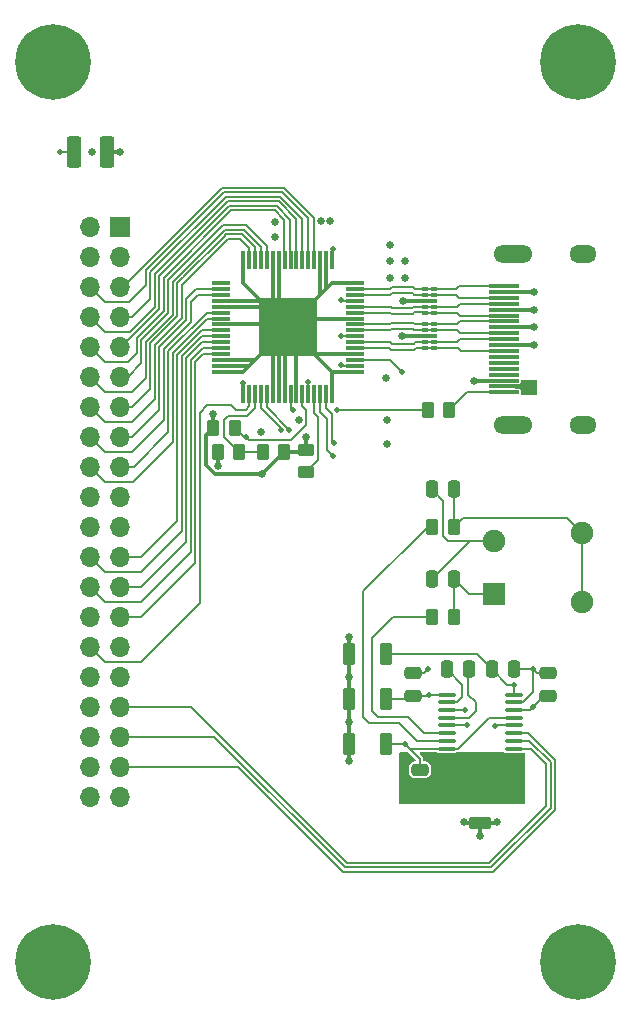
<source format=gbr>
%TF.GenerationSoftware,KiCad,Pcbnew,9.0.2+1*%
%TF.CreationDate,2025-07-26T23:59:43+01:00*%
%TF.ProjectId,ICE40HXDevBoardHDMI,49434534-3048-4584-9465-76426f617264,rev?*%
%TF.SameCoordinates,Original*%
%TF.FileFunction,Copper,L1,Top*%
%TF.FilePolarity,Positive*%
%FSLAX46Y46*%
G04 Gerber Fmt 4.6, Leading zero omitted, Abs format (unit mm)*
G04 Created by KiCad (PCBNEW 9.0.2+1) date 2025-07-26 23:59:43*
%MOMM*%
%LPD*%
G01*
G04 APERTURE LIST*
G04 Aperture macros list*
%AMRoundRect*
0 Rectangle with rounded corners*
0 $1 Rounding radius*
0 $2 $3 $4 $5 $6 $7 $8 $9 X,Y pos of 4 corners*
0 Add a 4 corners polygon primitive as box body*
4,1,4,$2,$3,$4,$5,$6,$7,$8,$9,$2,$3,0*
0 Add four circle primitives for the rounded corners*
1,1,$1+$1,$2,$3*
1,1,$1+$1,$4,$5*
1,1,$1+$1,$6,$7*
1,1,$1+$1,$8,$9*
0 Add four rect primitives between the rounded corners*
20,1,$1+$1,$2,$3,$4,$5,0*
20,1,$1+$1,$4,$5,$6,$7,0*
20,1,$1+$1,$6,$7,$8,$9,0*
20,1,$1+$1,$8,$9,$2,$3,0*%
G04 Aperture macros list end*
%TA.AperFunction,SMDPad,CuDef*%
%ADD10RoundRect,0.250000X-0.262500X-0.450000X0.262500X-0.450000X0.262500X0.450000X-0.262500X0.450000X0*%
%TD*%
%TA.AperFunction,SMDPad,CuDef*%
%ADD11RoundRect,0.100000X-0.637500X-0.100000X0.637500X-0.100000X0.637500X0.100000X-0.637500X0.100000X0*%
%TD*%
%TA.AperFunction,ComponentPad*%
%ADD12R,1.900000X1.900000*%
%TD*%
%TA.AperFunction,ComponentPad*%
%ADD13C,1.900000*%
%TD*%
%TA.AperFunction,SMDPad,CuDef*%
%ADD14RoundRect,0.250000X0.275000X0.700000X-0.275000X0.700000X-0.275000X-0.700000X0.275000X-0.700000X0*%
%TD*%
%TA.AperFunction,SMDPad,CuDef*%
%ADD15RoundRect,0.250000X0.475000X-0.250000X0.475000X0.250000X-0.475000X0.250000X-0.475000X-0.250000X0*%
%TD*%
%TA.AperFunction,ComponentPad*%
%ADD16C,6.400000*%
%TD*%
%TA.AperFunction,SMDPad,CuDef*%
%ADD17RoundRect,0.250000X-0.475000X0.250000X-0.475000X-0.250000X0.475000X-0.250000X0.475000X0.250000X0*%
%TD*%
%TA.AperFunction,ComponentPad*%
%ADD18R,1.700000X1.700000*%
%TD*%
%TA.AperFunction,ComponentPad*%
%ADD19O,1.700000X1.700000*%
%TD*%
%TA.AperFunction,SMDPad,CuDef*%
%ADD20RoundRect,0.250000X-0.250000X-0.475000X0.250000X-0.475000X0.250000X0.475000X-0.250000X0.475000X0*%
%TD*%
%TA.AperFunction,SMDPad,CuDef*%
%ADD21RoundRect,0.250000X0.262500X0.450000X-0.262500X0.450000X-0.262500X-0.450000X0.262500X-0.450000X0*%
%TD*%
%TA.AperFunction,SMDPad,CuDef*%
%ADD22RoundRect,0.250000X-0.450000X0.262500X-0.450000X-0.262500X0.450000X-0.262500X0.450000X0.262500X0*%
%TD*%
%TA.AperFunction,SMDPad,CuDef*%
%ADD23R,2.600000X0.300000*%
%TD*%
%TA.AperFunction,ComponentPad*%
%ADD24O,3.300000X1.500000*%
%TD*%
%TA.AperFunction,ComponentPad*%
%ADD25O,2.300000X1.500000*%
%TD*%
%TA.AperFunction,SMDPad,CuDef*%
%ADD26RoundRect,0.250000X-0.375000X-1.075000X0.375000X-1.075000X0.375000X1.075000X-0.375000X1.075000X0*%
%TD*%
%TA.AperFunction,SMDPad,CuDef*%
%ADD27RoundRect,0.075000X-0.200000X0.075000X-0.200000X-0.075000X0.200000X-0.075000X0.200000X0.075000X0*%
%TD*%
%TA.AperFunction,SMDPad,CuDef*%
%ADD28RoundRect,0.250000X0.250000X0.475000X-0.250000X0.475000X-0.250000X-0.475000X0.250000X-0.475000X0*%
%TD*%
%TA.AperFunction,SMDPad,CuDef*%
%ADD29RoundRect,0.075000X0.075000X-0.700000X0.075000X0.700000X-0.075000X0.700000X-0.075000X-0.700000X0*%
%TD*%
%TA.AperFunction,SMDPad,CuDef*%
%ADD30RoundRect,0.075000X0.700000X-0.075000X0.700000X0.075000X-0.700000X0.075000X-0.700000X-0.075000X0*%
%TD*%
%TA.AperFunction,HeatsinkPad*%
%ADD31C,0.500000*%
%TD*%
%TA.AperFunction,HeatsinkPad*%
%ADD32R,5.000000X5.000000*%
%TD*%
%TA.AperFunction,SMDPad,CuDef*%
%ADD33RoundRect,0.250000X-0.700000X0.275000X-0.700000X-0.275000X0.700000X-0.275000X0.700000X0.275000X0*%
%TD*%
%TA.AperFunction,ViaPad*%
%ADD34C,0.635000*%
%TD*%
%TA.AperFunction,ViaPad*%
%ADD35C,0.508000*%
%TD*%
%TA.AperFunction,ViaPad*%
%ADD36C,0.762000*%
%TD*%
%TA.AperFunction,Conductor*%
%ADD37C,0.317500*%
%TD*%
%TA.AperFunction,Conductor*%
%ADD38C,0.190500*%
%TD*%
%TA.AperFunction,Conductor*%
%ADD39C,0.200000*%
%TD*%
G04 APERTURE END LIST*
D10*
%TO.P,R9,1*%
%TO.N,+3V3*%
X96115500Y-100838000D03*
%TO.P,R9,2*%
%TO.N,/MSEN*%
X97940500Y-100838000D03*
%TD*%
D11*
%TO.P,U5,1,CPVDD*%
%TO.N,/I2S/CPVDD*%
X115882500Y-123440000D03*
%TO.P,U5,2,CAPP*%
%TO.N,Net-(U5-CAPP)*%
X115882500Y-124090000D03*
%TO.P,U5,3,CPGND*%
%TO.N,GNDA*%
X115882500Y-124740000D03*
%TO.P,U5,4,CAPM*%
%TO.N,Net-(U5-CAPM)*%
X115882500Y-125390000D03*
%TO.P,U5,5,VNEG*%
%TO.N,Net-(U5-VNEG)*%
X115882500Y-126040000D03*
%TO.P,U5,6,OUTL*%
%TO.N,Net-(U5-OUTL)*%
X115882500Y-126690000D03*
%TO.P,U5,7,OUTR*%
%TO.N,Net-(U5-OUTR)*%
X115882500Y-127340000D03*
%TO.P,U5,8,AVDD*%
%TO.N,/I2S/AVDD*%
X115882500Y-127990000D03*
%TO.P,U5,9,AGND*%
%TO.N,GNDA*%
X115882500Y-128640000D03*
%TO.P,U5,10,DEMP*%
X115882500Y-129290000D03*
%TO.P,U5,11,FLT*%
X121607500Y-129290000D03*
%TO.P,U5,12,SCK*%
X121607500Y-128640000D03*
%TO.P,U5,13,BCK*%
%TO.N,/I2SBCK*%
X121607500Y-127990000D03*
%TO.P,U5,14,DIN*%
%TO.N,/I2SDIN*%
X121607500Y-127340000D03*
%TO.P,U5,15,LRCK*%
%TO.N,/I2SLRCK*%
X121607500Y-126690000D03*
%TO.P,U5,16,FMT*%
%TO.N,GNDA*%
X121607500Y-126040000D03*
%TO.P,U5,17,XSMT*%
%TO.N,/I2S/AVDD*%
X121607500Y-125390000D03*
%TO.P,U5,18,LDOO*%
%TO.N,/I2S/LDOO*%
X121607500Y-124740000D03*
%TO.P,U5,19,DGND*%
%TO.N,GNDA*%
X121607500Y-124090000D03*
%TO.P,U5,20,DVDD*%
%TO.N,/I2S/DVDD*%
X121607500Y-123440000D03*
%TD*%
D12*
%TO.P,J2,R*%
%TO.N,Net-(C26-Pad1)*%
X119865000Y-114899000D03*
D13*
%TO.P,J2,S*%
%TO.N,GNDA*%
X119865000Y-110399000D03*
%TO.P,J2,T*%
%TO.N,Net-(C25-Pad1)*%
X127365000Y-115549000D03*
X127365000Y-109749000D03*
%TD*%
D14*
%TO.P,FB8,1*%
%TO.N,/I2S/DVDD*%
X110795000Y-120015000D03*
%TO.P,FB8,2*%
%TO.N,+3V3*%
X107645000Y-120015000D03*
%TD*%
D15*
%TO.P,C24,1*%
%TO.N,/I2S/CPVDD*%
X113030000Y-123505000D03*
%TO.P,C24,2*%
%TO.N,GNDA*%
X113030000Y-121605000D03*
%TD*%
D16*
%TO.P,H4,1,1*%
%TO.N,GND*%
X127000000Y-146050000D03*
%TD*%
D17*
%TO.P,C29,1*%
%TO.N,GNDA*%
X124460000Y-121605000D03*
%TO.P,C29,2*%
%TO.N,/I2S/LDOO*%
X124460000Y-123505000D03*
%TD*%
D16*
%TO.P,H3,1,1*%
%TO.N,GND*%
X82550000Y-146050000D03*
%TD*%
D17*
%TO.P,C6,1*%
%TO.N,/I2S/AVDD*%
X113625000Y-129780000D03*
%TO.P,C6,2*%
%TO.N,GNDA*%
X113625000Y-131680000D03*
%TD*%
D10*
%TO.P,R10,1*%
%TO.N,/HPD*%
X114276500Y-99314000D03*
%TO.P,R10,2*%
%TO.N,Net-(J3-HPD)*%
X116101500Y-99314000D03*
%TD*%
D18*
%TO.P,J1,1,Pin_1*%
%TO.N,+5V*%
X88265000Y-83820000D03*
D19*
%TO.P,J1,2,Pin_2*%
%TO.N,GND*%
X85725000Y-83820000D03*
%TO.P,J1,3,Pin_3*%
%TO.N,unconnected-(J1-Pin_3-Pad3)*%
X88265000Y-86360000D03*
%TO.P,J1,4,Pin_4*%
%TO.N,unconnected-(J1-Pin_4-Pad4)*%
X85725000Y-86360000D03*
%TO.P,J1,5,Pin_5*%
%TO.N,/RED5*%
X88265000Y-88900000D03*
%TO.P,J1,6,Pin_6*%
%TO.N,/RED4*%
X85725000Y-88900000D03*
%TO.P,J1,7,Pin_7*%
%TO.N,/RED3*%
X88265000Y-91440000D03*
%TO.P,J1,8,Pin_8*%
%TO.N,/RED2*%
X85725000Y-91440000D03*
%TO.P,J1,9,Pin_9*%
%TO.N,/RED1*%
X88265000Y-93980000D03*
%TO.P,J1,10,Pin_10*%
%TO.N,/RED0*%
X85725000Y-93980000D03*
%TO.P,J1,11,Pin_11*%
%TO.N,/GREEN0*%
X88265000Y-96520000D03*
%TO.P,J1,12,Pin_12*%
%TO.N,/GREEN1*%
X85725000Y-96520000D03*
%TO.P,J1,13,Pin_13*%
%TO.N,/GREEN2*%
X88265000Y-99060000D03*
%TO.P,J1,14,Pin_14*%
%TO.N,/GREEN3*%
X85725000Y-99060000D03*
%TO.P,J1,15,Pin_15*%
%TO.N,/GREEN4*%
X88265000Y-101600000D03*
%TO.P,J1,16,Pin_16*%
%TO.N,/GREEN5*%
X85725000Y-101600000D03*
%TO.P,J1,17,Pin_17*%
%TO.N,/BLUE5*%
X88265000Y-104140000D03*
%TO.P,J1,18,Pin_18*%
%TO.N,/BLUE4*%
X85725000Y-104140000D03*
%TO.P,J1,19,Pin_19*%
%TO.N,+3V3*%
X88265000Y-106680000D03*
%TO.P,J1,20,Pin_20*%
%TO.N,GND*%
X85725000Y-106680000D03*
%TO.P,J1,21,Pin_21*%
%TO.N,+3V3*%
X88265000Y-109220000D03*
%TO.P,J1,22,Pin_22*%
%TO.N,GND*%
X85725000Y-109220000D03*
%TO.P,J1,23,Pin_23*%
%TO.N,/HDMICLK*%
X88265000Y-111760000D03*
%TO.P,J1,24,Pin_24*%
%TO.N,/BLUE3*%
X85725000Y-111760000D03*
%TO.P,J1,25,Pin_25*%
%TO.N,/BLUE2*%
X88265000Y-114300000D03*
%TO.P,J1,26,Pin_26*%
%TO.N,/BLUE1*%
X85725000Y-114300000D03*
%TO.P,J1,27,Pin_27*%
%TO.N,/BLUE0*%
X88265000Y-116840000D03*
%TO.P,J1,28,Pin_28*%
%TO.N,/MSEN*%
X85725000Y-116840000D03*
%TO.P,J1,29,Pin_29*%
%TO.N,/HSYNC*%
X88265000Y-119380000D03*
%TO.P,J1,30,Pin_30*%
%TO.N,/DE*%
X85725000Y-119380000D03*
%TO.P,J1,31,Pin_31*%
%TO.N,/VSYNC*%
X88265000Y-121920000D03*
%TO.P,J1,32,Pin_32*%
%TO.N,unconnected-(J1-Pin_32-Pad32)*%
X85725000Y-121920000D03*
%TO.P,J1,33,Pin_33*%
%TO.N,/I2SBCK*%
X88265000Y-124460000D03*
%TO.P,J1,34,Pin_34*%
%TO.N,unconnected-(J1-Pin_34-Pad34)*%
X85725000Y-124460000D03*
%TO.P,J1,35,Pin_35*%
%TO.N,/I2SDIN*%
X88265000Y-127000000D03*
%TO.P,J1,36,Pin_36*%
%TO.N,/I2CSCL*%
X85725000Y-127000000D03*
%TO.P,J1,37,Pin_37*%
%TO.N,/I2SLRCK*%
X88265000Y-129540000D03*
%TO.P,J1,38,Pin_38*%
%TO.N,/I2CSDA*%
X85725000Y-129540000D03*
%TO.P,J1,39,Pin_39*%
%TO.N,+5V*%
X88265000Y-132080000D03*
%TO.P,J1,40,Pin_40*%
%TO.N,GND*%
X85725000Y-132080000D03*
%TD*%
D20*
%TO.P,C28,1*%
%TO.N,Net-(U5-CAPP)*%
X115890000Y-121285000D03*
%TO.P,C28,2*%
%TO.N,Net-(U5-CAPM)*%
X117790000Y-121285000D03*
%TD*%
D21*
%TO.P,R5,1*%
%TO.N,+3V3*%
X102131500Y-102870000D03*
%TO.P,R5,2*%
%TO.N,Net-(U2-VREF)*%
X100306500Y-102870000D03*
%TD*%
D14*
%TO.P,FB10,1*%
%TO.N,/I2S/AVDD*%
X110795000Y-127635000D03*
%TO.P,FB10,2*%
%TO.N,+3V3*%
X107645000Y-127635000D03*
%TD*%
D22*
%TO.P,R1,1*%
%TO.N,+3V3*%
X104013000Y-102719500D03*
%TO.P,R1,2*%
%TO.N,Net-(U2-ISEL{slash}~RST)*%
X104013000Y-104544500D03*
%TD*%
D20*
%TO.P,C2,1*%
%TO.N,/I2S/DVDD*%
X119700000Y-121285000D03*
%TO.P,C2,2*%
%TO.N,GNDA*%
X121600000Y-121285000D03*
%TD*%
D23*
%TO.P,J3,1,D2+*%
%TO.N,/D2+*%
X120725000Y-88834000D03*
%TO.P,J3,2,D2S*%
%TO.N,GND*%
X120725000Y-89334000D03*
%TO.P,J3,3,D2-*%
%TO.N,/D2-*%
X120725000Y-89834000D03*
%TO.P,J3,4,D1+*%
%TO.N,/D1+*%
X120725000Y-90334000D03*
%TO.P,J3,5,D1S*%
%TO.N,GND*%
X120725000Y-90834000D03*
%TO.P,J3,6,D1-*%
%TO.N,/D1-*%
X120725000Y-91334000D03*
%TO.P,J3,7,D0+*%
%TO.N,/D0+*%
X120725000Y-91834000D03*
%TO.P,J3,8,D0S*%
%TO.N,GND*%
X120725000Y-92334000D03*
%TO.P,J3,9,D0-*%
%TO.N,/D0-*%
X120725000Y-92834000D03*
%TO.P,J3,10,CK+*%
%TO.N,/DC+*%
X120725000Y-93334000D03*
%TO.P,J3,11,CKS*%
%TO.N,GND*%
X120725000Y-93834000D03*
%TO.P,J3,12,CK-*%
%TO.N,/DC-*%
X120725000Y-94334000D03*
%TO.P,J3,13,CEC*%
%TO.N,unconnected-(J3-CEC-Pad13)*%
X120725000Y-94834000D03*
%TO.P,J3,14,UTILITY*%
%TO.N,unconnected-(J3-UTILITY-Pad14)*%
X120725000Y-95334000D03*
%TO.P,J3,15,SCL*%
%TO.N,unconnected-(J3-SCL-Pad15)*%
X120725000Y-95834000D03*
%TO.P,J3,16,SDA*%
%TO.N,unconnected-(J3-SDA-Pad16)*%
X120725000Y-96334000D03*
%TO.P,J3,17,GND*%
%TO.N,GND*%
X120725000Y-96834000D03*
%TO.P,J3,18,+5V*%
%TO.N,+5V*%
X120725000Y-97334000D03*
%TO.P,J3,19,HPD*%
%TO.N,Net-(J3-HPD)*%
X120725000Y-97834000D03*
D24*
%TO.P,J3,SH,SH*%
%TO.N,GND*%
X121485000Y-86084000D03*
X121485000Y-100584000D03*
D25*
X127445000Y-86084000D03*
X127445000Y-100584000D03*
%TD*%
D10*
%TO.P,R12,1*%
%TO.N,Net-(U5-OUTR)*%
X114657500Y-109220000D03*
%TO.P,R12,2*%
%TO.N,Net-(C25-Pad1)*%
X116482500Y-109220000D03*
%TD*%
%TO.P,R11,1*%
%TO.N,Net-(U5-OUTL)*%
X114657500Y-116840000D03*
%TO.P,R11,2*%
%TO.N,Net-(C26-Pad1)*%
X116482500Y-116840000D03*
%TD*%
D26*
%TO.P,D1,1,K*%
%TO.N,Net-(D1-K)*%
X84325000Y-77470000D03*
%TO.P,D1,2,A*%
%TO.N,+3V3*%
X87125000Y-77470000D03*
%TD*%
D27*
%TO.P,U4,1,IO1*%
%TO.N,/D0+*%
X114032500Y-92084000D03*
%TO.P,U4,2,IO2*%
%TO.N,/D0-*%
X114032500Y-92584000D03*
%TO.P,U4,3,G*%
%TO.N,GND*%
X114032500Y-93084000D03*
%TO.P,U4,4,IO3*%
%TO.N,/DC+*%
X114032500Y-93584000D03*
%TO.P,U4,5,IO4*%
%TO.N,/DC-*%
X114032500Y-94084000D03*
%TO.P,U4,6,NC*%
X114802500Y-94084000D03*
%TO.P,U4,7,NC*%
%TO.N,/DC+*%
X114802500Y-93584000D03*
%TO.P,U4,8,G*%
%TO.N,GND*%
X114802500Y-93084000D03*
%TO.P,U4,9,NC*%
%TO.N,/D0-*%
X114802500Y-92584000D03*
%TO.P,U4,10,NC*%
%TO.N,/D0+*%
X114802500Y-92084000D03*
%TD*%
%TO.P,U3,1,IO1*%
%TO.N,/D2+*%
X114032500Y-89084000D03*
%TO.P,U3,2,IO2*%
%TO.N,/D2-*%
X114032500Y-89584000D03*
%TO.P,U3,3,G*%
%TO.N,GND*%
X114032500Y-90084000D03*
%TO.P,U3,4,IO3*%
%TO.N,/D1+*%
X114032500Y-90584000D03*
%TO.P,U3,5,IO4*%
%TO.N,/D1-*%
X114032500Y-91084000D03*
%TO.P,U3,6,NC*%
X114802500Y-91084000D03*
%TO.P,U3,7,NC*%
%TO.N,/D1+*%
X114802500Y-90584000D03*
%TO.P,U3,8,G*%
%TO.N,GND*%
X114802500Y-90084000D03*
%TO.P,U3,9,NC*%
%TO.N,/D2-*%
X114802500Y-89584000D03*
%TO.P,U3,10,NC*%
%TO.N,/D2+*%
X114802500Y-89084000D03*
%TD*%
D28*
%TO.P,C25,1*%
%TO.N,Net-(C25-Pad1)*%
X116520000Y-106045000D03*
%TO.P,C25,2*%
%TO.N,GNDA*%
X114620000Y-106045000D03*
%TD*%
D29*
%TO.P,U2,1,DVDD*%
%TO.N,/DVDD*%
X98680000Y-98009000D03*
%TO.P,U2,2,DE*%
%TO.N,/DE*%
X99180000Y-98009000D03*
%TO.P,U2,3,VREF*%
%TO.N,Net-(U2-VREF)*%
X99680000Y-98009000D03*
%TO.P,U2,4,HSYNC*%
%TO.N,/HSYNC*%
X100180000Y-98009000D03*
%TO.P,U2,5,VSYNC*%
%TO.N,/VSYNC*%
X100680000Y-98009000D03*
%TO.P,U2,6,CTL3/A3/DK3*%
%TO.N,GND*%
X101180000Y-98009000D03*
%TO.P,U2,7,CTL2/A2/DK2*%
X101680000Y-98009000D03*
%TO.P,U2,8,CTL1/A1/DK1*%
X102180000Y-98009000D03*
%TO.P,U2,9,EDGE/HTPLG*%
%TO.N,/HPD*%
X102680000Y-98009000D03*
%TO.P,U2,10,~PD*%
%TO.N,GND*%
X103180000Y-98009000D03*
%TO.P,U2,11,MSEN/PO1*%
%TO.N,/MSEN*%
X103680000Y-98009000D03*
%TO.P,U2,12,DVDD*%
%TO.N,/DVDD*%
X104180000Y-98009000D03*
%TO.P,U2,13,ISEL/~RST*%
%TO.N,Net-(U2-ISEL{slash}~RST)*%
X104680000Y-98009000D03*
%TO.P,U2,14,DSEL/SDA*%
%TO.N,/I2CSDA*%
X105180000Y-98009000D03*
%TO.P,U2,15,BSEL/SCL*%
%TO.N,/I2CSCL*%
X105680000Y-98009000D03*
%TO.P,U2,16,DGND*%
%TO.N,GND*%
X106180000Y-98009000D03*
D30*
%TO.P,U2,17,PGND*%
X108105000Y-96084000D03*
%TO.P,U2,18,PVDD*%
%TO.N,/PVDD*%
X108105000Y-95584000D03*
%TO.P,U2,19,TFADJ*%
%TO.N,Net-(U2-TFADJ)*%
X108105000Y-95084000D03*
%TO.P,U2,20,TGND*%
%TO.N,GND*%
X108105000Y-94584000D03*
%TO.P,U2,21,TXC-*%
%TO.N,/DC-*%
X108105000Y-94084000D03*
%TO.P,U2,22,TXC+*%
%TO.N,/DC+*%
X108105000Y-93584000D03*
%TO.P,U2,23,TVDD*%
%TO.N,/TVDD*%
X108105000Y-93084000D03*
%TO.P,U2,24,TX0-*%
%TO.N,/D0-*%
X108105000Y-92584000D03*
%TO.P,U2,25,TX0+*%
%TO.N,/D0+*%
X108105000Y-92084000D03*
%TO.P,U2,26,TGND*%
%TO.N,GND*%
X108105000Y-91584000D03*
%TO.P,U2,27,TX1-*%
%TO.N,/D1-*%
X108105000Y-91084000D03*
%TO.P,U2,28,TX1+*%
%TO.N,/D1+*%
X108105000Y-90584000D03*
%TO.P,U2,29,TVDD*%
%TO.N,/TVDD*%
X108105000Y-90084000D03*
%TO.P,U2,30,TX2-*%
%TO.N,/D2-*%
X108105000Y-89584000D03*
%TO.P,U2,31,TX2+*%
%TO.N,/D2+*%
X108105000Y-89084000D03*
%TO.P,U2,32,TGND*%
%TO.N,GND*%
X108105000Y-88584000D03*
D29*
%TO.P,U2,33,DVDD*%
%TO.N,/DVDD*%
X106180000Y-86659000D03*
%TO.P,U2,34,RESERVED*%
%TO.N,GND*%
X105680000Y-86659000D03*
%TO.P,U2,35,DKEN*%
X105180000Y-86659000D03*
%TO.P,U2,36,DATA23*%
%TO.N,/RED5*%
X104680000Y-86659000D03*
%TO.P,U2,37,DATA22*%
%TO.N,/RED4*%
X104180000Y-86659000D03*
%TO.P,U2,38,DATA21*%
%TO.N,/RED3*%
X103680000Y-86659000D03*
%TO.P,U2,39,DATA20*%
%TO.N,/RED2*%
X103180000Y-86659000D03*
%TO.P,U2,40,DATA19*%
%TO.N,/RED1*%
X102680000Y-86659000D03*
%TO.P,U2,41,DATA18*%
%TO.N,/RED0*%
X102180000Y-86659000D03*
%TO.P,U2,42,DATA17*%
%TO.N,GND*%
X101680000Y-86659000D03*
%TO.P,U2,43,DATA16*%
X101180000Y-86659000D03*
%TO.P,U2,44,DATA15*%
%TO.N,/GREEN0*%
X100680000Y-86659000D03*
%TO.P,U2,45,DATA14*%
%TO.N,/GREEN1*%
X100180000Y-86659000D03*
%TO.P,U2,46,DATA13*%
%TO.N,/GREEN2*%
X99680000Y-86659000D03*
%TO.P,U2,47,DATA12*%
%TO.N,/GREEN3*%
X99180000Y-86659000D03*
%TO.P,U2,48,DGND*%
%TO.N,GND*%
X98680000Y-86659000D03*
D30*
%TO.P,U2,49,NC*%
%TO.N,unconnected-(U2-NC-Pad49)*%
X96755000Y-88584000D03*
%TO.P,U2,50,DATA11*%
%TO.N,/GREEN4*%
X96755000Y-89084000D03*
%TO.P,U2,51,DATA10*%
%TO.N,/GREEN5*%
X96755000Y-89584000D03*
%TO.P,U2,52,DATA9*%
%TO.N,GND*%
X96755000Y-90084000D03*
%TO.P,U2,53,DATA8*%
X96755000Y-90584000D03*
%TO.P,U2,54,DATA7*%
%TO.N,/BLUE5*%
X96755000Y-91084000D03*
%TO.P,U2,55,DATA6*%
%TO.N,/BLUE4*%
X96755000Y-91584000D03*
%TO.P,U2,56,IDCK-*%
%TO.N,GND*%
X96755000Y-92084000D03*
%TO.P,U2,57,IDCK+*%
%TO.N,/HDMICLK*%
X96755000Y-92584000D03*
%TO.P,U2,58,DATA5*%
%TO.N,/BLUE3*%
X96755000Y-93084000D03*
%TO.P,U2,59,DATA4*%
%TO.N,/BLUE2*%
X96755000Y-93584000D03*
%TO.P,U2,60,DATA3*%
%TO.N,/BLUE1*%
X96755000Y-94084000D03*
%TO.P,U2,61,DATA2*%
%TO.N,/BLUE0*%
X96755000Y-94584000D03*
%TO.P,U2,62,DATA1*%
%TO.N,GND*%
X96755000Y-95084000D03*
%TO.P,U2,63,DATA0*%
X96755000Y-95584000D03*
%TO.P,U2,64,DGND*%
X96755000Y-96084000D03*
D31*
%TO.P,U2,65,EP*%
X100630000Y-94134000D03*
X101830000Y-94134000D03*
X103030000Y-94134000D03*
X104230000Y-94134000D03*
X100630000Y-92934000D03*
X101830000Y-92934000D03*
X103030000Y-92934000D03*
X104230000Y-92934000D03*
D32*
X102430000Y-92334000D03*
D31*
X100630000Y-91734000D03*
X101830000Y-91734000D03*
X103030000Y-91734000D03*
X104230000Y-91734000D03*
X100630000Y-90534000D03*
X101830000Y-90534000D03*
X103030000Y-90534000D03*
X104230000Y-90534000D03*
%TD*%
D14*
%TO.P,FB6,1*%
%TO.N,/I2S/CPVDD*%
X110795000Y-123825000D03*
%TO.P,FB6,2*%
%TO.N,+3V3*%
X107645000Y-123825000D03*
%TD*%
D28*
%TO.P,C26,1*%
%TO.N,Net-(C26-Pad1)*%
X116520000Y-113665000D03*
%TO.P,C26,2*%
%TO.N,GNDA*%
X114620000Y-113665000D03*
%TD*%
D16*
%TO.P,H2,1,1*%
%TO.N,GND*%
X127000000Y-69850000D03*
%TD*%
D10*
%TO.P,R6,1*%
%TO.N,GND*%
X96496500Y-102870000D03*
%TO.P,R6,2*%
%TO.N,Net-(U2-VREF)*%
X98321500Y-102870000D03*
%TD*%
D33*
%TO.P,FB7,1*%
%TO.N,GNDA*%
X118745000Y-131140000D03*
%TO.P,FB7,2*%
%TO.N,GND*%
X118745000Y-134290000D03*
%TD*%
D16*
%TO.P,H1,1,1*%
%TO.N,GND*%
X82550000Y-69850000D03*
%TD*%
D34*
%TO.N,+3V3*%
X88265000Y-77470000D03*
X111125000Y-85344000D03*
X107645000Y-129032000D03*
X104013000Y-101600000D03*
X96139000Y-99695000D03*
X107645000Y-118567000D03*
X100226500Y-104775000D03*
X107645000Y-121920000D03*
X107645000Y-125730000D03*
%TO.N,GND*%
X117348000Y-134239000D03*
X111125000Y-88138000D03*
X123300000Y-93850000D03*
X110871000Y-100203000D03*
X103378000Y-100203000D03*
X123300000Y-90900000D03*
X118745000Y-135382000D03*
X112395000Y-88138000D03*
X112182000Y-90070000D03*
X101346000Y-84709000D03*
X106045000Y-83312000D03*
X85833000Y-77470000D03*
X110744000Y-96647000D03*
X123300000Y-89300000D03*
X110871000Y-102235000D03*
X118170000Y-96834000D03*
X111125000Y-86741000D03*
X100203000Y-101219000D03*
X123300000Y-92300000D03*
X101346000Y-83439000D03*
X112395000Y-86741000D03*
X105283000Y-83312000D03*
X112141000Y-93091000D03*
X120142000Y-134239000D03*
X96496500Y-104036500D03*
D35*
%TO.N,/HSYNC*%
X101854000Y-101060250D03*
%TO.N,/I2S/DVDD*%
X121607500Y-122613500D03*
%TO.N,/VSYNC*%
X102552503Y-101060250D03*
%TO.N,/I2S/AVDD*%
X112395000Y-127635000D03*
%TO.N,GNDA*%
X120015000Y-126044050D03*
X112435000Y-132080000D03*
X115951000Y-130937000D03*
X121666000Y-130937000D03*
X114300000Y-121285000D03*
X114808000Y-132080000D03*
X117475000Y-124740000D03*
X123190000Y-121285000D03*
X118745000Y-129159000D03*
%TO.N,/I2S/CPVDD*%
X114431000Y-123440000D03*
%TO.N,Net-(U5-VNEG)*%
X117638375Y-126020375D03*
%TO.N,/I2S/LDOO*%
X123190000Y-124460000D03*
%TO.N,Net-(D1-K)*%
X83185000Y-77470000D03*
D36*
%TO.N,+5V*%
X123063000Y-97409000D03*
D35*
%TO.N,/MSEN*%
X98933000Y-101600000D03*
%TO.N,/PVDD*%
X106934000Y-95480750D03*
%TO.N,Net-(U2-TFADJ)*%
X112150000Y-96100000D03*
%TO.N,/HPD*%
X102866935Y-99313999D03*
X106584750Y-99314000D03*
%TO.N,/I2CSDA*%
X106299000Y-103251000D03*
%TO.N,/DVDD*%
X104180000Y-96941000D03*
X98670870Y-97022070D03*
X106235500Y-85661500D03*
%TO.N,/TVDD*%
X106934000Y-90043000D03*
X106934000Y-93091000D03*
%TO.N,/I2CSCL*%
X106389070Y-102148918D03*
%TD*%
D37*
%TO.N,+3V3*%
X107645000Y-121920000D02*
X107645000Y-123825000D01*
X100226500Y-104775000D02*
X102131500Y-102870000D01*
X87125000Y-77470000D02*
X88265000Y-77470000D01*
X104013000Y-101600000D02*
X104013000Y-102719500D01*
X95480500Y-101473000D02*
X96115500Y-100838000D01*
X102131500Y-102870000D02*
X103862500Y-102870000D01*
X103862500Y-102870000D02*
X104013000Y-102719500D01*
X95480500Y-103963427D02*
X95480500Y-101473000D01*
X107645000Y-118567000D02*
X107645000Y-120015000D01*
X96115500Y-100631000D02*
X96092000Y-100607500D01*
X96115500Y-99718500D02*
X96115500Y-100838000D01*
X96139000Y-99695000D02*
X96115500Y-99718500D01*
X100226500Y-104775000D02*
X96292073Y-104775000D01*
X107645000Y-120015000D02*
X107645000Y-121920000D01*
X96292073Y-104775000D02*
X95480500Y-103963427D01*
X107645000Y-123825000D02*
X107645000Y-127635000D01*
X107645000Y-129032000D02*
X107645000Y-127635000D01*
X96115500Y-100838000D02*
X96115500Y-100631000D01*
%TO.N,GND*%
X106180000Y-96084000D02*
X106180000Y-98034000D01*
X118745000Y-134290000D02*
X117399000Y-134290000D01*
X123300000Y-89300000D02*
X123266000Y-89334000D01*
X112148000Y-93084000D02*
X114032500Y-93084000D01*
X123266000Y-92334000D02*
X121355000Y-92334000D01*
X114032500Y-90084000D02*
X114802500Y-90084000D01*
X105180000Y-89584000D02*
X105180000Y-86659000D01*
X112182000Y-90070000D02*
X112196000Y-90084000D01*
X104380000Y-91584000D02*
X104230000Y-91734000D01*
X96755000Y-95084000D02*
X99680000Y-95084000D01*
X123284000Y-93834000D02*
X121355000Y-93834000D01*
X105680000Y-89084000D02*
X105680000Y-86659000D01*
X104230000Y-90534000D02*
X105180000Y-89584000D01*
X118745000Y-134290000D02*
X120091000Y-134290000D01*
X123300000Y-93850000D02*
X123284000Y-93834000D01*
X108105000Y-94584000D02*
X104680000Y-94584000D01*
X118170000Y-96834000D02*
X120725000Y-96834000D01*
X96755000Y-96084000D02*
X98680000Y-96084000D01*
X123300000Y-90900000D02*
X123234000Y-90834000D01*
X108105000Y-88584000D02*
X106180000Y-88584000D01*
X104680000Y-94584000D02*
X104230000Y-94134000D01*
X96496500Y-104036500D02*
X96496500Y-102870000D01*
X103180000Y-98009000D02*
X103180000Y-94284000D01*
X101680000Y-98009000D02*
X101680000Y-94284000D01*
X106180000Y-88584000D02*
X104230000Y-90534000D01*
X101180000Y-91084000D02*
X101180000Y-86659000D01*
X120091000Y-134290000D02*
X120142000Y-134239000D01*
X102180000Y-98009000D02*
X102180000Y-94484000D01*
X117399000Y-134290000D02*
X117348000Y-134239000D01*
X112196000Y-90084000D02*
X114032500Y-90084000D01*
X100580000Y-90584000D02*
X96755000Y-90584000D01*
X96755000Y-90084000D02*
X100180000Y-90084000D01*
X101680000Y-94284000D02*
X101830000Y-94134000D01*
X103180000Y-94284000D02*
X103030000Y-94134000D01*
X100180000Y-90084000D02*
X100630000Y-90534000D01*
X99180000Y-95584000D02*
X100630000Y-94134000D01*
X100280000Y-92084000D02*
X96730000Y-92084000D01*
X123234000Y-90834000D02*
X121355000Y-90834000D01*
X100630000Y-91734000D02*
X100280000Y-92084000D01*
X123266000Y-89334000D02*
X121355000Y-89334000D01*
X100930000Y-94434000D02*
X100630000Y-94134000D01*
X102430000Y-92334000D02*
X101180000Y-91084000D01*
X101830000Y-90534000D02*
X101680000Y-90384000D01*
X104230000Y-90534000D02*
X105680000Y-89084000D01*
X100630000Y-90534000D02*
X100580000Y-90584000D01*
X106180000Y-96084000D02*
X108130000Y-96084000D01*
X100630000Y-90534000D02*
X98680000Y-88584000D01*
X101180000Y-98009000D02*
X101180000Y-94784000D01*
X106180000Y-96084000D02*
X104230000Y-94134000D01*
X101180000Y-94784000D02*
X101830000Y-94134000D01*
X101680000Y-90384000D02*
X101680000Y-86659000D01*
X98680000Y-88584000D02*
X98680000Y-86659000D01*
X98680000Y-96084000D02*
X100630000Y-94134000D01*
X108105000Y-91584000D02*
X104380000Y-91584000D01*
X112141000Y-93091000D02*
X112148000Y-93084000D01*
X99680000Y-95084000D02*
X100630000Y-94134000D01*
X96755000Y-95584000D02*
X99180000Y-95584000D01*
X118745000Y-134290000D02*
X118745000Y-135382000D01*
X123300000Y-92300000D02*
X123266000Y-92334000D01*
X102180000Y-94484000D02*
X101830000Y-94134000D01*
X114802500Y-93084000D02*
X114032500Y-93084000D01*
D38*
%TO.N,/BLUE1*%
X94249408Y-99236960D02*
X94234000Y-99252368D01*
X86995000Y-115570000D02*
X85725000Y-114300000D01*
X94234000Y-99252368D02*
X94234000Y-111379000D01*
X95261792Y-94084000D02*
X94249408Y-95096384D01*
X94234000Y-111379000D02*
X90043000Y-115570000D01*
X96730000Y-94084000D02*
X95261792Y-94084000D01*
X90043000Y-115570000D02*
X86995000Y-115570000D01*
X94249408Y-95096384D02*
X94249408Y-99236960D01*
%TO.N,/RED3*%
X103665000Y-83125552D02*
X101819448Y-81280000D01*
X90805000Y-89916000D02*
X89281000Y-91440000D01*
X103665000Y-86629000D02*
X103665000Y-83125552D01*
X101819448Y-81280000D02*
X97193288Y-81280000D01*
X97193288Y-81280000D02*
X90805000Y-87668288D01*
X89281000Y-91440000D02*
X88265000Y-91440000D01*
X90805000Y-87668288D02*
X90805000Y-89916000D01*
%TO.N,/HSYNC*%
X101854000Y-100826372D02*
X101854000Y-101060250D01*
X100180000Y-99152372D02*
X101854000Y-100826372D01*
X100180000Y-98034000D02*
X100180000Y-99152372D01*
%TO.N,/GREEN0*%
X96935552Y-83693000D02*
X96712368Y-83916185D01*
X92329000Y-88299552D02*
X92329000Y-91089816D01*
X90043000Y-93375816D02*
X90043000Y-95377000D01*
X96712368Y-83916185D02*
X92710000Y-87918552D01*
X92329000Y-91089816D02*
X90043000Y-93375816D01*
X100665000Y-85459552D02*
X98898448Y-83693000D01*
X92710000Y-87918552D02*
X92329000Y-88299552D01*
X90043000Y-95377000D02*
X88900000Y-96520000D01*
X88900000Y-96520000D02*
X88265000Y-96520000D01*
X100665000Y-86629000D02*
X100665000Y-85459552D01*
X98898448Y-83693000D02*
X96935552Y-83693000D01*
%TO.N,/BLUE5*%
X92329000Y-101219000D02*
X92329000Y-94322712D01*
X95567712Y-91084000D02*
X96730000Y-91084000D01*
X92329000Y-94322712D02*
X95567712Y-91084000D01*
X89408000Y-104140000D02*
X92329000Y-101219000D01*
X88265000Y-104140000D02*
X89408000Y-104140000D01*
%TO.N,/GREEN1*%
X92710000Y-88457368D02*
X92710000Y-91247632D01*
X92710000Y-91247632D02*
X90424000Y-93533632D01*
X100165000Y-85498368D02*
X98740632Y-84074000D01*
X98740632Y-84074000D02*
X97093368Y-84074000D01*
X89281000Y-97790000D02*
X86995000Y-97790000D01*
X86995000Y-97790000D02*
X85725000Y-96520000D01*
X90424000Y-96647000D02*
X89281000Y-97790000D01*
X90424000Y-93533632D02*
X90424000Y-96647000D01*
X97093368Y-84074000D02*
X92710000Y-88457368D01*
X100165000Y-86629000D02*
X100165000Y-85498368D01*
%TO.N,/GREEN3*%
X86995000Y-100330000D02*
X85725000Y-99060000D01*
X93472000Y-88773000D02*
X93472000Y-91563264D01*
X99165000Y-86629000D02*
X99165000Y-85576000D01*
X89281000Y-100330000D02*
X86995000Y-100330000D01*
X97409000Y-84836000D02*
X93472000Y-88773000D01*
X99165000Y-85576000D02*
X98425000Y-84836000D01*
X93472000Y-91563264D02*
X91186000Y-93849264D01*
X98425000Y-84836000D02*
X97409000Y-84836000D01*
X91186000Y-98425000D02*
X89281000Y-100330000D01*
X91186000Y-93849264D02*
X91186000Y-98425000D01*
%TO.N,/RED1*%
X91567000Y-90774184D02*
X88361184Y-93980000D01*
X88361184Y-93980000D02*
X88265000Y-93980000D01*
X102665000Y-83203185D02*
X101503815Y-82042000D01*
X97508920Y-82042000D02*
X91567000Y-87983920D01*
X91567000Y-87983920D02*
X91567000Y-90774184D01*
X101503815Y-82042000D02*
X97508920Y-82042000D01*
X102665000Y-86629000D02*
X102665000Y-83203185D01*
%TO.N,/RED4*%
X90424000Y-88742184D02*
X88996184Y-90170000D01*
X86995000Y-90170000D02*
X85725000Y-88900000D01*
X104165000Y-83086736D02*
X101977264Y-80899000D01*
X88996184Y-90170000D02*
X86995000Y-90170000D01*
X104165000Y-86629000D02*
X104165000Y-83086736D01*
X101977264Y-80899000D02*
X97035472Y-80899000D01*
X90424000Y-87510472D02*
X90424000Y-88742184D01*
X97035472Y-80899000D02*
X90424000Y-87510472D01*
%TO.N,/RED2*%
X103165000Y-86629000D02*
X103165000Y-83164368D01*
X91186000Y-87826104D02*
X91186000Y-90616368D01*
X97351104Y-81661000D02*
X91186000Y-87826104D01*
X101661632Y-81661000D02*
X97351104Y-81661000D01*
X91186000Y-90616368D02*
X89092368Y-92710000D01*
X89092368Y-92710000D02*
X86995000Y-92710000D01*
X103165000Y-83164368D02*
X101661632Y-81661000D01*
X86995000Y-92710000D02*
X85725000Y-91440000D01*
%TO.N,/I2S/DVDD*%
X118430000Y-120015000D02*
X119700000Y-121285000D01*
X121028500Y-122613500D02*
X119700000Y-121285000D01*
X121607500Y-122613500D02*
X121028500Y-122613500D01*
X110795000Y-120015000D02*
X118430000Y-120015000D01*
X121607500Y-122613500D02*
X121607500Y-123440000D01*
%TO.N,/VSYNC*%
X102552503Y-101060250D02*
X102552503Y-100986059D01*
X102552503Y-100986059D02*
X100680000Y-99113556D01*
X100680000Y-99113556D02*
X100680000Y-98034000D01*
%TO.N,/GREEN2*%
X93091000Y-88615184D02*
X93091000Y-91405448D01*
X93091000Y-91405448D02*
X90805000Y-93691448D01*
X93599000Y-88107184D02*
X93091000Y-88615184D01*
X98582816Y-84455000D02*
X97251184Y-84455000D01*
X97028000Y-84678185D02*
X93599000Y-88107184D01*
X89281000Y-99060000D02*
X88265000Y-99060000D01*
X99665000Y-85537184D02*
X98582816Y-84455000D01*
X97251184Y-84455000D02*
X97028000Y-84678185D01*
X90805000Y-97536000D02*
X89281000Y-99060000D01*
X99665000Y-86629000D02*
X99665000Y-85537184D01*
X90805000Y-93691448D02*
X90805000Y-97536000D01*
%TO.N,/GREEN5*%
X96730000Y-89584000D02*
X94820000Y-89584000D01*
X86995000Y-102870000D02*
X85725000Y-101600000D01*
X94234000Y-90170000D02*
X94234000Y-91878896D01*
X89281000Y-102870000D02*
X86995000Y-102870000D01*
X91948000Y-94164896D02*
X91948000Y-100203000D01*
X94820000Y-89584000D02*
X94234000Y-90170000D01*
X91948000Y-100203000D02*
X89281000Y-102870000D01*
X94234000Y-91878896D02*
X91948000Y-94164896D01*
%TO.N,/RED0*%
X86995000Y-95250000D02*
X88900000Y-95250000D01*
X102165000Y-83242000D02*
X102165000Y-86629000D01*
X89662000Y-94488000D02*
X89662000Y-93218000D01*
X97666736Y-82423000D02*
X101346000Y-82423000D01*
X88900000Y-95250000D02*
X89662000Y-94488000D01*
X89662000Y-93218000D02*
X91948000Y-90932000D01*
X91948000Y-90932000D02*
X91948000Y-88141736D01*
X85725000Y-93980000D02*
X86995000Y-95250000D01*
X91948000Y-88141736D02*
X97666736Y-82423000D01*
X101346000Y-82423000D02*
X102165000Y-83242000D01*
%TO.N,/BLUE4*%
X96730000Y-91584000D02*
X95606528Y-91584000D01*
X95606528Y-91584000D02*
X92710000Y-94480528D01*
X86995000Y-105410000D02*
X85725000Y-104140000D01*
X92710000Y-94480528D02*
X92710000Y-102044500D01*
X92710000Y-102044500D02*
X89344500Y-105410000D01*
X89344500Y-105410000D02*
X86995000Y-105410000D01*
%TO.N,/I2S/AVDD*%
X119478700Y-125377300D02*
X121594800Y-125377300D01*
X113625000Y-128865000D02*
X113625000Y-129780000D01*
X112750000Y-127990000D02*
X115882500Y-127990000D01*
X112395000Y-127635000D02*
X110795000Y-127635000D01*
X116866000Y-127990000D02*
X119478700Y-125377300D01*
X121594800Y-125377300D02*
X121607500Y-125390000D01*
X112395000Y-127635000D02*
X113625000Y-128865000D01*
X112395000Y-127635000D02*
X112750000Y-127990000D01*
X115882500Y-127990000D02*
X116866000Y-127990000D01*
%TO.N,/RED5*%
X96877656Y-80518000D02*
X88495656Y-88900000D01*
X88495656Y-88900000D02*
X88265000Y-88900000D01*
X104665000Y-83047920D02*
X102135080Y-80518000D01*
X104665000Y-86629000D02*
X104665000Y-83047920D01*
X102135080Y-80518000D02*
X96877656Y-80518000D01*
%TO.N,/GREEN4*%
X91567000Y-94007080D02*
X91567000Y-99314000D01*
X89281000Y-101600000D02*
X88265000Y-101600000D01*
X94685000Y-89084000D02*
X93853000Y-89916000D01*
X96730000Y-89084000D02*
X94685000Y-89084000D01*
X93853000Y-91721080D02*
X91567000Y-94007080D01*
X91567000Y-99314000D02*
X89281000Y-101600000D01*
X93853000Y-89916000D02*
X93853000Y-91721080D01*
%TO.N,GNDA*%
X123510000Y-121605000D02*
X123190000Y-121285000D01*
X113030000Y-121605000D02*
X113980000Y-121605000D01*
X117886000Y-110399000D02*
X119865000Y-110399000D01*
X114408000Y-131680000D02*
X113625000Y-131680000D01*
X114620000Y-106045000D02*
X115570000Y-106995000D01*
X123190000Y-123244999D02*
X123190000Y-121285000D01*
X115570000Y-106995000D02*
X115570000Y-109982000D01*
X114620000Y-113665000D02*
X117886000Y-110399000D01*
X113980000Y-121605000D02*
X114300000Y-121285000D01*
X121607500Y-124090000D02*
X122344999Y-124090000D01*
X114808000Y-132080000D02*
X114408000Y-131680000D01*
X121600000Y-121285000D02*
X123190000Y-121285000D01*
X115882500Y-124740000D02*
X117475000Y-124740000D01*
X115570000Y-109982000D02*
X115987000Y-110399000D01*
X120881894Y-124090000D02*
X121607500Y-124090000D01*
X112835000Y-131680000D02*
X113625000Y-131680000D01*
X120015000Y-126044050D02*
X120019050Y-126040000D01*
X112435000Y-132080000D02*
X112835000Y-131680000D01*
X122344999Y-124090000D02*
X123190000Y-123244999D01*
X120019050Y-126040000D02*
X121607500Y-126040000D01*
X124460000Y-121605000D02*
X123510000Y-121605000D01*
X115987000Y-110399000D02*
X117886000Y-110399000D01*
%TO.N,/I2S/CPVDD*%
X114366000Y-123505000D02*
X113030000Y-123505000D01*
X114431000Y-123440000D02*
X114366000Y-123505000D01*
X110795000Y-123825000D02*
X112710000Y-123825000D01*
X112710000Y-123825000D02*
X113030000Y-123505000D01*
X114431000Y-123440000D02*
X115882500Y-123440000D01*
%TO.N,/BLUE0*%
X96730000Y-94584000D02*
X95300608Y-94584000D01*
X94630408Y-99394776D02*
X94615000Y-99410184D01*
X90043000Y-116840000D02*
X88265000Y-116840000D01*
X94615000Y-112268000D02*
X90043000Y-116840000D01*
X95300608Y-94584000D02*
X94630408Y-95254200D01*
X94630408Y-95254200D02*
X94630408Y-99394776D01*
X94615000Y-99410184D02*
X94615000Y-112268000D01*
%TO.N,Net-(C25-Pad1)*%
X117244500Y-108458000D02*
X126074000Y-108458000D01*
X126074000Y-108458000D02*
X127365000Y-109749000D01*
X116482500Y-109220000D02*
X117244500Y-108458000D01*
X116520000Y-106045000D02*
X116520000Y-109182500D01*
X116520000Y-109182500D02*
X116482500Y-109220000D01*
X127365000Y-109749000D02*
X127365000Y-115549000D01*
%TO.N,/BLUE3*%
X93472000Y-109601000D02*
X93472000Y-94796160D01*
X95184160Y-93084000D02*
X96730000Y-93084000D01*
X93472000Y-94796160D02*
X95184160Y-93084000D01*
X86995000Y-113030000D02*
X90043000Y-113030000D01*
X90043000Y-113030000D02*
X93472000Y-109601000D01*
X85725000Y-111760000D02*
X86995000Y-113030000D01*
%TO.N,/BLUE2*%
X93853000Y-110490000D02*
X90043000Y-114300000D01*
X96730000Y-93584000D02*
X95222976Y-93584000D01*
X90043000Y-114300000D02*
X88265000Y-114300000D01*
X93853000Y-99094552D02*
X93853000Y-110490000D01*
X93868408Y-94938568D02*
X93868408Y-99079144D01*
X95222976Y-93584000D02*
X93868408Y-94938568D01*
X93868408Y-99079144D02*
X93853000Y-99094552D01*
%TO.N,Net-(C26-Pad1)*%
X117754000Y-114899000D02*
X119865000Y-114899000D01*
X116520000Y-113665000D02*
X116520000Y-116802500D01*
X116520000Y-113665000D02*
X117754000Y-114899000D01*
X119865000Y-114899000D02*
X119865000Y-114940500D01*
X116520000Y-116802500D02*
X116482500Y-116840000D01*
%TO.N,Net-(U5-VNEG)*%
X117638375Y-126020375D02*
X117618750Y-126040000D01*
X117618750Y-126040000D02*
X115882500Y-126040000D01*
%TO.N,Net-(U5-CAPP)*%
X117221000Y-123669652D02*
X116800652Y-124090000D01*
X116800652Y-124090000D02*
X115882500Y-124090000D01*
X115890000Y-121285000D02*
X117221000Y-122616000D01*
X117221000Y-122616000D02*
X117221000Y-123669652D01*
%TO.N,Net-(U5-CAPM)*%
X115882500Y-125390000D02*
X117815000Y-125390000D01*
X117729000Y-121346000D02*
X117790000Y-121285000D01*
X118364000Y-124841000D02*
X118364000Y-124079000D01*
X117729000Y-123444000D02*
X117729000Y-121346000D01*
X118364000Y-124079000D02*
X117729000Y-123444000D01*
X117815000Y-125390000D02*
X118364000Y-124841000D01*
%TO.N,/I2S/LDOO*%
X124145000Y-123505000D02*
X123190000Y-124460000D01*
X124460000Y-123505000D02*
X124145000Y-123505000D01*
X121607500Y-124740000D02*
X122910000Y-124740000D01*
X122910000Y-124740000D02*
X123190000Y-124460000D01*
%TO.N,/I2SDIN*%
X107284184Y-138049000D02*
X119664816Y-138049000D01*
X96235184Y-127000000D02*
X107284184Y-138049000D01*
X124714000Y-132999816D02*
X124714000Y-129159000D01*
X122895000Y-127340000D02*
X121607500Y-127340000D01*
X119664816Y-138049000D02*
X124714000Y-132999816D01*
X88265000Y-127000000D02*
X96235184Y-127000000D01*
X124714000Y-129159000D02*
X122895000Y-127340000D01*
%TO.N,Net-(D1-K)*%
X83185000Y-77470000D02*
X84325000Y-77470000D01*
%TO.N,/MSEN*%
X104013000Y-99314000D02*
X103680000Y-98981000D01*
X99187000Y-101854000D02*
X102743000Y-101854000D01*
X103680000Y-98981000D02*
X103680000Y-98034000D01*
X98933000Y-101600000D02*
X98702500Y-101600000D01*
X98933000Y-101600000D02*
X99187000Y-101854000D01*
X98702500Y-101600000D02*
X97940500Y-100838000D01*
X104013000Y-100584000D02*
X104013000Y-99314000D01*
X102743000Y-101854000D02*
X104013000Y-100584000D01*
%TO.N,Net-(J3-HPD)*%
X120725000Y-97834000D02*
X117581500Y-97834000D01*
X117581500Y-97834000D02*
X116101500Y-99314000D01*
%TO.N,/PVDD*%
X106934000Y-95480750D02*
X107037250Y-95584000D01*
X107037250Y-95584000D02*
X108130000Y-95584000D01*
%TO.N,Net-(U2-VREF)*%
X97028000Y-100203000D02*
X97028000Y-101576500D01*
X98992000Y-99822000D02*
X97409000Y-99822000D01*
X99680000Y-98034000D02*
X99680000Y-99134000D01*
X97028000Y-101576500D02*
X98321500Y-102870000D01*
X97409000Y-99822000D02*
X97028000Y-100203000D01*
X98425000Y-102870000D02*
X100306500Y-102870000D01*
X99680000Y-99134000D02*
X98992000Y-99822000D01*
%TO.N,Net-(U2-TFADJ)*%
X111134000Y-95084000D02*
X108130000Y-95084000D01*
X112150000Y-96100000D02*
X111134000Y-95084000D01*
%TO.N,/HDMICLK*%
X93091000Y-94638344D02*
X93091000Y-108712000D01*
X96730000Y-92584000D02*
X95145344Y-92584000D01*
X93091000Y-108712000D02*
X90043000Y-111760000D01*
X95145344Y-92584000D02*
X93091000Y-94638344D01*
X90043000Y-111760000D02*
X88265000Y-111760000D01*
D39*
%TO.N,/D0+*%
X117031500Y-91834000D02*
X121355000Y-91834000D01*
X113074250Y-91948000D02*
X111252000Y-91948000D01*
X116781500Y-92084000D02*
X117031500Y-91834000D01*
X114982500Y-92084000D02*
X116781500Y-92084000D01*
X114032500Y-92084000D02*
X113210250Y-92084000D01*
X113210250Y-92084000D02*
X113074250Y-91948000D01*
X114032500Y-92084000D02*
X114802500Y-92084000D01*
X111252000Y-91948000D02*
X111116000Y-92084000D01*
X111116000Y-92084000D02*
X108130000Y-92084000D01*
%TO.N,/D0-*%
X114032500Y-92584000D02*
X113158000Y-92584000D01*
X113030000Y-92456000D02*
X111252000Y-92456000D01*
X121355000Y-92834000D02*
X117019000Y-92834000D01*
X113158000Y-92584000D02*
X113030000Y-92456000D01*
X116769000Y-92584000D02*
X114982500Y-92584000D01*
X111252000Y-92456000D02*
X111124000Y-92584000D01*
X114032500Y-92584000D02*
X114802500Y-92584000D01*
X117019000Y-92834000D02*
X116769000Y-92584000D01*
X111124000Y-92584000D02*
X108130000Y-92584000D01*
%TO.N,/D1-*%
X114007500Y-91059000D02*
X114032500Y-91084000D01*
X114982500Y-91084000D02*
X116738000Y-91084000D01*
X114032500Y-91084000D02*
X114802500Y-91084000D01*
X116988000Y-91334000D02*
X121355000Y-91334000D01*
X113157000Y-91059000D02*
X114007500Y-91059000D01*
X111125000Y-91084000D02*
X111227000Y-91186000D01*
X113030000Y-91186000D02*
X113157000Y-91059000D01*
X108130000Y-91084000D02*
X111125000Y-91084000D01*
X116738000Y-91084000D02*
X116988000Y-91334000D01*
X111227000Y-91186000D02*
X113030000Y-91186000D01*
%TO.N,/D2-*%
X116694000Y-89584000D02*
X116944000Y-89834000D01*
X111139500Y-89584000D02*
X111288500Y-89435000D01*
X113012750Y-89435000D02*
X113161750Y-89584000D01*
X114032500Y-89584000D02*
X114802500Y-89584000D01*
X116944000Y-89834000D02*
X121355000Y-89834000D01*
X111288500Y-89435000D02*
X113012750Y-89435000D01*
X114932500Y-89584000D02*
X116694000Y-89584000D01*
X108130000Y-89584000D02*
X111139500Y-89584000D01*
X113161750Y-89584000D02*
X114032500Y-89584000D01*
%TO.N,/DC+*%
X117044000Y-93334000D02*
X121355000Y-93334000D01*
X114032500Y-93584000D02*
X113254750Y-93584000D01*
X114982500Y-93584000D02*
X116794000Y-93584000D01*
X116794000Y-93584000D02*
X117044000Y-93334000D01*
X114032500Y-93584000D02*
X114802500Y-93584000D01*
X113112750Y-93726000D02*
X111267000Y-93726000D01*
X111125000Y-93584000D02*
X108130000Y-93584000D01*
X111267000Y-93726000D02*
X111125000Y-93584000D01*
X113254750Y-93584000D02*
X113112750Y-93726000D01*
%TO.N,/DC-*%
X111046875Y-94058125D02*
X108155875Y-94058125D01*
X113157000Y-94234000D02*
X111222750Y-94234000D01*
X114032500Y-94084000D02*
X114802500Y-94084000D01*
X114982500Y-94084000D02*
X116844000Y-94084000D01*
X116844000Y-94084000D02*
X117094000Y-94334000D01*
X111222750Y-94234000D02*
X111046875Y-94058125D01*
X113307000Y-94084000D02*
X113157000Y-94234000D01*
X117094000Y-94334000D02*
X121355000Y-94334000D01*
X108155875Y-94058125D02*
X108130000Y-94084000D01*
X114032500Y-94084000D02*
X113307000Y-94084000D01*
%TO.N,/D1+*%
X111274000Y-90700000D02*
X112963750Y-90700000D01*
X117044000Y-90334000D02*
X116794000Y-90584000D01*
X121355000Y-90334000D02*
X117044000Y-90334000D01*
X108130000Y-90584000D02*
X111158000Y-90584000D01*
X113079750Y-90584000D02*
X114032500Y-90584000D01*
X114032500Y-90584000D02*
X114802500Y-90584000D01*
X112963750Y-90700000D02*
X113079750Y-90584000D01*
X116794000Y-90584000D02*
X114982500Y-90584000D01*
X111158000Y-90584000D02*
X111274000Y-90700000D01*
%TO.N,/D2+*%
X111068000Y-89084000D02*
X111252000Y-88900000D01*
X108130000Y-89084000D02*
X111068000Y-89084000D01*
X111252000Y-88900000D02*
X113030000Y-88900000D01*
X114802500Y-89084000D02*
X116687000Y-89084000D01*
X113030000Y-88900000D02*
X113214000Y-89084000D01*
X116937000Y-88834000D02*
X121355000Y-88834000D01*
X113214000Y-89084000D02*
X114802500Y-89084000D01*
X116687000Y-89084000D02*
X116937000Y-88834000D01*
D38*
%TO.N,/DE*%
X85725000Y-119380000D02*
X86995000Y-120650000D01*
X99180000Y-99005500D02*
X99180000Y-98034000D01*
X94996000Y-115697000D02*
X94996000Y-99568000D01*
X98871500Y-99314000D02*
X99180000Y-99005500D01*
X86995000Y-120650000D02*
X90043000Y-120650000D01*
X98044000Y-99314000D02*
X98871500Y-99314000D01*
X94996000Y-99568000D02*
X95631000Y-98933000D01*
X90043000Y-120650000D02*
X94996000Y-115697000D01*
X95631000Y-98933000D02*
X97663000Y-98933000D01*
X97663000Y-98933000D02*
X98044000Y-99314000D01*
%TO.N,/HPD*%
X102744250Y-99191314D02*
X102744250Y-99069750D01*
X102744250Y-99069750D02*
X102680000Y-99005500D01*
X106584750Y-99314000D02*
X114276500Y-99314000D01*
X102680000Y-99005500D02*
X102680000Y-98034000D01*
X102866935Y-99313999D02*
X102744250Y-99191314D01*
%TO.N,/I2CSDA*%
X105180000Y-99465000D02*
X105180000Y-98034000D01*
X105791000Y-100076000D02*
X105180000Y-99465000D01*
X105791000Y-102743000D02*
X105791000Y-100076000D01*
X106299000Y-103251000D02*
X105791000Y-102743000D01*
%TO.N,/DVDD*%
X106180000Y-85717000D02*
X106235500Y-85661500D01*
X98680000Y-97031200D02*
X98670870Y-97022070D01*
X98680000Y-98034000D02*
X98680000Y-97031200D01*
X106180000Y-86634000D02*
X106180000Y-85717000D01*
X104180000Y-96941000D02*
X104180000Y-98034000D01*
%TO.N,/TVDD*%
X108130000Y-93084000D02*
X106941000Y-93084000D01*
X108130000Y-90084000D02*
X106975000Y-90084000D01*
X106975000Y-90084000D02*
X106934000Y-90043000D01*
X106941000Y-93084000D02*
X106934000Y-93091000D01*
%TO.N,/I2CSCL*%
X106172000Y-99664572D02*
X105680000Y-99172572D01*
X106172000Y-101931848D02*
X106172000Y-99664572D01*
X106389070Y-102148918D02*
X106172000Y-101931848D01*
X105680000Y-99172572D02*
X105680000Y-98034000D01*
%TO.N,/I2SBCK*%
X94234000Y-124460000D02*
X88265000Y-124460000D01*
X124333000Y-132842000D02*
X119507000Y-137668000D01*
X124333000Y-129316816D02*
X124333000Y-132842000D01*
X119507000Y-137668000D02*
X107442000Y-137668000D01*
X123006184Y-127990000D02*
X124333000Y-129316816D01*
X121607500Y-127990000D02*
X123006184Y-127990000D01*
X107442000Y-137668000D02*
X94234000Y-124460000D01*
%TO.N,/I2SLRCK*%
X122783816Y-126690000D02*
X121607500Y-126690000D01*
X125095000Y-129001184D02*
X122783816Y-126690000D01*
X107126368Y-138430000D02*
X119822632Y-138430000D01*
X98236368Y-129540000D02*
X107126368Y-138430000D01*
X125095000Y-133157632D02*
X125095000Y-129001184D01*
X88265000Y-129540000D02*
X98236368Y-129540000D01*
X119822632Y-138430000D02*
X125095000Y-133157632D01*
%TO.N,Net-(U2-ISEL{slash}~RST)*%
X104680000Y-98034000D02*
X104680000Y-99600000D01*
X105029000Y-103528500D02*
X104013000Y-104544500D01*
X104680000Y-99600000D02*
X105029000Y-99949000D01*
X105029000Y-99949000D02*
X105029000Y-103528500D01*
%TO.N,Net-(U5-OUTL)*%
X113990000Y-126690000D02*
X112649000Y-125349000D01*
X111379000Y-116840000D02*
X114657500Y-116840000D01*
X109601000Y-118618000D02*
X111379000Y-116840000D01*
X115882500Y-126690000D02*
X113990000Y-126690000D01*
X110109000Y-125349000D02*
X109601000Y-124841000D01*
X112649000Y-125349000D02*
X110109000Y-125349000D01*
X109601000Y-124841000D02*
X109601000Y-118618000D01*
%TO.N,Net-(U5-OUTR)*%
X108839000Y-125349000D02*
X108839000Y-114681000D01*
X113370000Y-127340000D02*
X111887000Y-125857000D01*
X114300000Y-109220000D02*
X114657500Y-109220000D01*
X111887000Y-125857000D02*
X109347000Y-125857000D01*
X115882500Y-127340000D02*
X113370000Y-127340000D01*
X109347000Y-125857000D02*
X108839000Y-125349000D01*
X108839000Y-114681000D02*
X114300000Y-109220000D01*
%TD*%
%TA.AperFunction,Conductor*%
%TO.N,+5V*%
G36*
X123514039Y-96793685D02*
G01*
X123559794Y-96846489D01*
X123571000Y-96898000D01*
X123571000Y-97920000D01*
X123551315Y-97987039D01*
X123498511Y-98032794D01*
X123447000Y-98044000D01*
X122276500Y-98044000D01*
X122209461Y-98024315D01*
X122163706Y-97971511D01*
X122152500Y-97920000D01*
X122152500Y-97671441D01*
X122150662Y-97662205D01*
X122145102Y-97634252D01*
X122145101Y-97634250D01*
X122116922Y-97592077D01*
X122074749Y-97563898D01*
X122037559Y-97556500D01*
X122037558Y-97556500D01*
X121790000Y-97556500D01*
X121781314Y-97553949D01*
X121772353Y-97555238D01*
X121748312Y-97544259D01*
X121722961Y-97536815D01*
X121717033Y-97529974D01*
X121708797Y-97526213D01*
X121694507Y-97503978D01*
X121677206Y-97484011D01*
X121674918Y-97473496D01*
X121671023Y-97467435D01*
X121666000Y-97432500D01*
X121666000Y-97235500D01*
X121685685Y-97168461D01*
X121738489Y-97122706D01*
X121790000Y-97111500D01*
X122037559Y-97111500D01*
X122044957Y-97110028D01*
X122074748Y-97104102D01*
X122116922Y-97075922D01*
X122145102Y-97033748D01*
X122152500Y-96996558D01*
X122152500Y-96923721D01*
X122156381Y-96910503D01*
X122155467Y-96896756D01*
X122166032Y-96877635D01*
X122172185Y-96856682D01*
X122183300Y-96846384D01*
X122189259Y-96835601D01*
X122213602Y-96818312D01*
X122217619Y-96814592D01*
X122219788Y-96813421D01*
X122249746Y-96798776D01*
X122253043Y-96795478D01*
X122265290Y-96788871D01*
X122292165Y-96783165D01*
X122318115Y-96774148D01*
X122324171Y-96774000D01*
X123447000Y-96774000D01*
X123514039Y-96793685D01*
G37*
%TD.AperFunction*%
%TD*%
%TA.AperFunction,Conductor*%
%TO.N,GNDA*%
G36*
X112640859Y-128289685D02*
G01*
X112661501Y-128306319D01*
X113232501Y-128877319D01*
X113265986Y-128938642D01*
X113261002Y-129008334D01*
X113219130Y-129064267D01*
X113153666Y-129088684D01*
X113144820Y-129089000D01*
X113096878Y-129089000D01*
X113067090Y-129091793D01*
X113067087Y-129091793D01*
X113067087Y-129091794D01*
X112941607Y-129135701D01*
X112941606Y-129135701D01*
X112941605Y-129135702D01*
X112834643Y-129214643D01*
X112755702Y-129321605D01*
X112755701Y-129321607D01*
X112732449Y-129388057D01*
X112711793Y-129447090D01*
X112709000Y-129476877D01*
X112709000Y-130083122D01*
X112711793Y-130112909D01*
X112711793Y-130112911D01*
X112711794Y-130112913D01*
X112755701Y-130238393D01*
X112755702Y-130238394D01*
X112834643Y-130345356D01*
X112897198Y-130391523D01*
X112941607Y-130424299D01*
X113067087Y-130468206D01*
X113079856Y-130469403D01*
X113096878Y-130471000D01*
X113096882Y-130471000D01*
X114153122Y-130471000D01*
X114168015Y-130469603D01*
X114182913Y-130468206D01*
X114308393Y-130424299D01*
X114415356Y-130345356D01*
X114494299Y-130238393D01*
X114538206Y-130112913D01*
X114541000Y-130083118D01*
X114541000Y-129476882D01*
X114538206Y-129447087D01*
X114494299Y-129321607D01*
X114453443Y-129266250D01*
X114415356Y-129214643D01*
X114308394Y-129135702D01*
X114308393Y-129135701D01*
X114182913Y-129091794D01*
X114182911Y-129091793D01*
X114182909Y-129091793D01*
X114153122Y-129089000D01*
X114153118Y-129089000D01*
X114035250Y-129089000D01*
X113968211Y-129069315D01*
X113922456Y-129016511D01*
X113911250Y-128965000D01*
X113911250Y-128827315D01*
X113910743Y-128825423D01*
X113891742Y-128754512D01*
X113854057Y-128689238D01*
X113800762Y-128635943D01*
X113800761Y-128635942D01*
X113652750Y-128487931D01*
X113619265Y-128426608D01*
X113624249Y-128356916D01*
X113666121Y-128300983D01*
X113731585Y-128276566D01*
X113740431Y-128276250D01*
X114968351Y-128276250D01*
X115035390Y-128295935D01*
X115056032Y-128312569D01*
X115077696Y-128334233D01*
X115177219Y-128378177D01*
X115177218Y-128378177D01*
X115177221Y-128378178D01*
X115201547Y-128381000D01*
X116563452Y-128380999D01*
X116587779Y-128378178D01*
X116635932Y-128356916D01*
X116687298Y-128334236D01*
X116687299Y-128334235D01*
X116687304Y-128334233D01*
X116708968Y-128312569D01*
X116733669Y-128299081D01*
X116756681Y-128282868D01*
X116766268Y-128281280D01*
X116770291Y-128279084D01*
X116791370Y-128276362D01*
X116793999Y-128276250D01*
X116828315Y-128276250D01*
X116903685Y-128276250D01*
X116903686Y-128276250D01*
X116924424Y-128270692D01*
X116938056Y-128270112D01*
X116939592Y-128270492D01*
X116943335Y-128270000D01*
X120687101Y-128270000D01*
X120754140Y-128289685D01*
X120774782Y-128306319D01*
X120802696Y-128334233D01*
X120902219Y-128378177D01*
X120902218Y-128378177D01*
X120902221Y-128378178D01*
X120926547Y-128381000D01*
X122288452Y-128380999D01*
X122312779Y-128378178D01*
X122380914Y-128348092D01*
X122450191Y-128339021D01*
X122513376Y-128368844D01*
X122550408Y-128428093D01*
X122555000Y-128461527D01*
X122555000Y-132591000D01*
X122535315Y-132658039D01*
X122482511Y-132703794D01*
X122431000Y-132715000D01*
X112011000Y-132715000D01*
X111943961Y-132695315D01*
X111898206Y-132642511D01*
X111887000Y-132591000D01*
X111887000Y-128394000D01*
X111906685Y-128326961D01*
X111959489Y-128281206D01*
X112011000Y-128270000D01*
X112573820Y-128270000D01*
X112640859Y-128289685D01*
G37*
%TD.AperFunction*%
%TD*%
M02*

</source>
